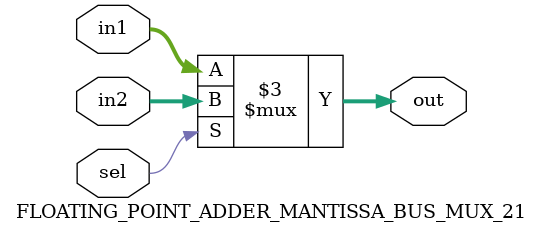
<source format=v>

`timescale 1ns/1ps

module FLOATING_POINT_ADDER_MANTISSA_BUS_MUX_21(out, in1, in2, sel);
	input[22:0] in1, in2;
	output reg[22:0] out;
	input sel;

	always @(*) begin
		if (sel)
			out = in2;
		else
			out = in1;
	end
endmodule

</source>
